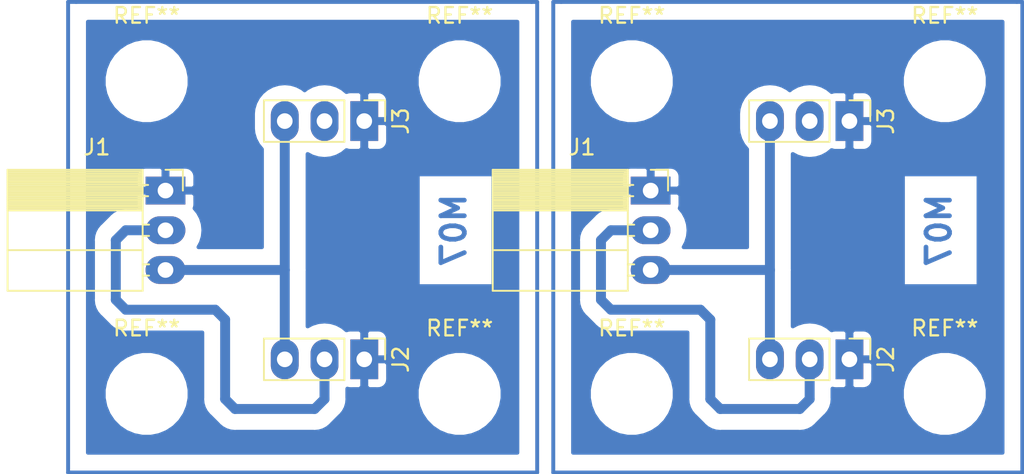
<source format=kicad_pcb>
(kicad_pcb (version 20241229) (generator "pcbnew") (generator_version "9.0")
  (layers (0 "F.Cu" signal) (2 "B.Cu" signal) (13 "F.Paste" user) (15 "B.Paste" user) (5 "F.SilkS" user) (7 "B.SilkS" user) (1 "F.Mask" user) (3 "B.Mask" user) (25 "Edge.Cuts" user))
  (net 0 "")
  (net 1 "GND")
  (net 2 "Net-(J1-Pad3)")
  (net 3 "Net-(J1-Pad2)")
  (net 4 "Net-(J3-Pad2)")
  (footprint "Mounting_Holes:MountingHole_3.2mm_M3" (layer "F.Cu") (at 135 80)
    (property "Reference" "REF**" (at 0 -4.2 0) (layer "F.SilkS"))
    (property "Value" "MountingHole_3.2mm_M3" (hide yes))
    (pad "" np_thru_hole circle (at 0 0) (size 3.2 3.2) (drill 3.2) (layers "*.Cu" "*.Mask"))
  )
  (footprint "Mounting_Holes:MountingHole_3.2mm_M3" (layer "F.Cu") (at 115 80)
    (property "Reference" "REF**" (at 0 -4.2 0) (layer "F.SilkS"))
    (property "Value" "MountingHole_3.2mm_M3" (hide yes))
    (pad "" np_thru_hole circle (at 0 0) (size 3.2 3.2) (drill 3.2) (layers "*.Cu" "*.Mask"))
  )
  (footprint "Mounting_Holes:MountingHole_3.2mm_M3" (layer "F.Cu") (at 115 100)
    (property "Reference" "REF**" (at 0 -4.2 0) (layer "F.SilkS"))
    (property "Value" "MountingHole_3.2mm_M3" (hide yes))
    (pad "" np_thru_hole circle (at 0 0) (size 3.2 3.2) (drill 3.2) (layers "*.Cu" "*.Mask"))
  )
  (footprint "Mounting_Holes:MountingHole_3.2mm_M3" (layer "F.Cu") (at 135 100)
    (property "Reference" "REF**" (at 0 -4.2 0) (layer "F.SilkS"))
    (property "Value" "MountingHole_3.2mm_M3" (hide yes))
    (pad "" np_thru_hole circle (at 0 0) (size 3.2 3.2) (drill 3.2) (layers "*.Cu" "*.Mask"))
  )
  (footprint "Connector_PinSocket_2.54mm:PinSocket_1x03_P2.54mm_Horizontal" (layer "F.Cu") (at 116.205 86.995)
    (property "Reference" "J1" (at -4.38 -2.77 0) (layer "F.SilkS"))
    (property "Value" "Conn_01x03")
    (fp_line (start -10.09 -1.33) (end -10.09 6.41) (stroke (width 0.12)) (layer "F.SilkS"))
    (fp_line (start -10.09 -1.33) (end -1.46 -1.33) (stroke (width 0.12)) (layer "F.SilkS"))
    (fp_line (start -10.09 -1.21) (end -1.46 -1.21) (stroke (width 0.12)) (layer "F.SilkS"))
    (fp_line (start -10.09 -1.091905) (end -1.46 -1.091905) (stroke (width 0.12)) (layer "F.SilkS"))
    (fp_line (start -10.09 -0.97381) (end -1.46 -0.97381) (stroke (width 0.12)) (layer "F.SilkS"))
    (fp_line (start -10.09 -0.855715) (end -1.46 -0.855715) (stroke (width 0.12)) (layer "F.SilkS"))
    (fp_line (start -10.09 -0.73762) (end -1.46 -0.73762) (stroke (width 0.12)) (layer "F.SilkS"))
    (fp_line (start -10.09 -0.619525) (end -1.46 -0.619525) (stroke (width 0.12)) (layer "F.SilkS"))
    (fp_line (start -10.09 -0.50143) (end -1.46 -0.50143) (stroke (width 0.12)) (layer "F.SilkS"))
    (fp_line (start -10.09 -0.383335) (end -1.46 -0.383335) (stroke (width 0.12)) (layer "F.SilkS"))
    (fp_line (start -10.09 -0.26524) (end -1.46 -0.26524) (stroke (width 0.12)) (layer "F.SilkS"))
    (fp_line (start -10.09 -0.147145) (end -1.46 -0.147145) (stroke (width 0.12)) (layer "F.SilkS"))
    (fp_line (start -10.09 -0.02905) (end -1.46 -0.02905) (stroke (width 0.12)) (layer "F.SilkS"))
    (fp_line (start -10.09 0.089045) (end -1.46 0.089045) (stroke (width 0.12)) (layer "F.SilkS"))
    (fp_line (start -10.09 0.20714) (end -1.46 0.20714) (stroke (width 0.12)) (layer "F.SilkS"))
    (fp_line (start -10.09 0.325235) (end -1.46 0.325235) (stroke (width 0.12)) (layer "F.SilkS"))
    (fp_line (start -10.09 0.44333) (end -1.46 0.44333) (stroke (width 0.12)) (layer "F.SilkS"))
    (fp_line (start -10.09 0.561425) (end -1.46 0.561425) (stroke (width 0.12)) (layer "F.SilkS"))
    (fp_line (start -10.09 0.67952) (end -1.46 0.67952) (stroke (width 0.12)) (layer "F.SilkS"))
    (fp_line (start -10.09 0.797615) (end -1.46 0.797615) (stroke (width 0.12)) (layer "F.SilkS"))
    (fp_line (start -10.09 0.91571) (end -1.46 0.91571) (stroke (width 0.12)) (layer "F.SilkS"))
    (fp_line (start -10.09 1.033805) (end -1.46 1.033805) (stroke (width 0.12)) (layer "F.SilkS"))
    (fp_line (start -10.09 1.1519) (end -1.46 1.1519) (stroke (width 0.12)) (layer "F.SilkS"))
    (fp_line (start -10.09 1.27) (end -1.46 1.27) (stroke (width 0.12)) (layer "F.SilkS"))
    (fp_line (start -10.09 3.81) (end -1.46 3.81) (stroke (width 0.12)) (layer "F.SilkS"))
    (fp_line (start -10.09 6.41) (end -1.46 6.41) (stroke (width 0.12)) (layer "F.SilkS"))
    (fp_line (start -1.46 -1.33) (end -1.46 6.41) (stroke (width 0.12)) (layer "F.SilkS"))
    (fp_line (start -1.46 -0.36) (end -1.11 -0.36) (stroke (width 0.12)) (layer "F.SilkS"))
    (fp_line (start -1.46 0.36) (end -1.11 0.36) (stroke (width 0.12)) (layer "F.SilkS"))
    (fp_line (start -1.46 2.18) (end -1.05 2.18) (stroke (width 0.12)) (layer "F.SilkS"))
    (fp_line (start -1.46 2.9) (end -1.05 2.9) (stroke (width 0.12)) (layer "F.SilkS"))
    (fp_line (start -1.46 4.72) (end -1.05 4.72) (stroke (width 0.12)) (layer "F.SilkS"))
    (fp_line (start -1.46 5.44) (end -1.05 5.44) (stroke (width 0.12)) (layer "F.SilkS"))
    (fp_line (start 0 -1.33) (end 1.11 -1.33) (stroke (width 0.12)) (layer "F.SilkS"))
    (fp_line (start 1.11 -1.33) (end 1.11 0) (stroke (width 0.12)) (layer "F.SilkS"))
    (pad "1" thru_hole rect (at 0 0) (size 2.54 1.778) (drill 1) (layers "*.Cu" "*.Mask") (net 1 "GND"))
    (pad "2" thru_hole oval (at 0 2.54) (size 2.54 1.778) (drill 1) (layers "*.Cu" "*.Mask") (net 3 "Net-(J1-Pad2)"))
    (pad "3" thru_hole oval (at 0 5.08) (size 2.54 1.778) (drill 1) (layers "*.Cu" "*.Mask") (net 2 "Net-(J1-Pad3)"))
  )
  (footprint "Connector_PinHeader_2.54mm:PinHeader_1x03_P2.54mm_Vertical" (layer "F.Cu") (at 128.905 97.79 -90)
    (property "Reference" "J2" (at 0 -2.33 90) (layer "F.SilkS"))
    (property "Value" "Conn_01x03")
    (fp_line (start -1.33 6.41) (end 1.33 6.41) (stroke (width 0.12)) (layer "F.SilkS"))
    (fp_line (start -1.33 1.27) (end -1.33 6.41) (stroke (width 0.12)) (layer "F.SilkS"))
    (fp_line (start -1.33 1.27) (end 1.33 1.27) (stroke (width 0.12)) (layer "F.SilkS"))
    (fp_line (start 1.33 1.27) (end 1.33 6.41) (stroke (width 0.12)) (layer "F.SilkS"))
    (fp_line (start -1.33 0) (end -1.33 -1.33) (stroke (width 0.12)) (layer "F.SilkS"))
    (fp_line (start -1.33 -1.33) (end 0 -1.33) (stroke (width 0.12)) (layer "F.SilkS"))
    (pad "1" thru_hole rect (at 0 0 270) (size 2.54 1.778) (drill 1) (layers "*.Cu" "*.Mask") (net 1 "GND"))
    (pad "2" thru_hole oval (at 0 2.54 270) (size 2.54 1.778) (drill 1) (layers "*.Cu" "*.Mask") (net 3 "Net-(J1-Pad2)"))
    (pad "3" thru_hole oval (at 0 5.08 270) (size 2.54 1.778) (drill 1) (layers "*.Cu" "*.Mask") (net 2 "Net-(J1-Pad3)"))
  )
  (footprint "Connector_PinHeader_2.54mm:PinHeader_1x03_P2.54mm_Vertical" (layer "F.Cu") (at 128.905 82.55 -90)
    (property "Reference" "J3" (at 0 -2.33 90) (layer "F.SilkS"))
    (property "Value" "Conn_01x03")
    (fp_line (start -1.33 6.41) (end 1.33 6.41) (stroke (width 0.12)) (layer "F.SilkS"))
    (fp_line (start -1.33 1.27) (end -1.33 6.41) (stroke (width 0.12)) (layer "F.SilkS"))
    (fp_line (start -1.33 1.27) (end 1.33 1.27) (stroke (width 0.12)) (layer "F.SilkS"))
    (fp_line (start 1.33 1.27) (end 1.33 6.41) (stroke (width 0.12)) (layer "F.SilkS"))
    (fp_line (start -1.33 0) (end -1.33 -1.33) (stroke (width 0.12)) (layer "F.SilkS"))
    (fp_line (start -1.33 -1.33) (end 0 -1.33) (stroke (width 0.12)) (layer "F.SilkS"))
    (pad "1" thru_hole rect (at 0 0 270) (size 2.54 1.778) (drill 1) (layers "*.Cu" "*.Mask") (net 1 "GND"))
    (pad "2" thru_hole oval (at 0 2.54 270) (size 2.54 1.778) (drill 1) (layers "*.Cu" "*.Mask") (net 4 "Net-(J3-Pad2)"))
    (pad "3" thru_hole oval (at 0 5.08 270) (size 2.54 1.778) (drill 1) (layers "*.Cu" "*.Mask") (net 2 "Net-(J1-Pad3)"))
  )
  (footprint "Connector_PinHeader_2.54mm:PinHeader_1x03_P2.54mm_Vertical" (layer "F.Cu") (at 159.905 82.55 -90)
    (property "Reference" "J3" (at 0 -2.33 90) (layer "F.SilkS"))
    (property "Value" "Conn_01x03")
    (fp_line (start -1.33 6.41) (end 1.33 6.41) (stroke (width 0.12)) (layer "F.SilkS"))
    (fp_line (start -1.33 1.27) (end -1.33 6.41) (stroke (width 0.12)) (layer "F.SilkS"))
    (fp_line (start -1.33 1.27) (end 1.33 1.27) (stroke (width 0.12)) (layer "F.SilkS"))
    (fp_line (start 1.33 1.27) (end 1.33 6.41) (stroke (width 0.12)) (layer "F.SilkS"))
    (fp_line (start -1.33 0) (end -1.33 -1.33) (stroke (width 0.12)) (layer "F.SilkS"))
    (fp_line (start -1.33 -1.33) (end 0 -1.33) (stroke (width 0.12)) (layer "F.SilkS"))
    (pad "1" thru_hole rect (at 0 0 270) (size 2.54 1.778) (drill 1) (layers "*.Cu" "*.Mask") (net 1 "GND"))
    (pad "2" thru_hole oval (at 0 2.54 270) (size 2.54 1.778) (drill 1) (layers "*.Cu" "*.Mask") (net 4 "Net-(J3-Pad2)"))
    (pad "3" thru_hole oval (at 0 5.08 270) (size 2.54 1.778) (drill 1) (layers "*.Cu" "*.Mask") (net 2 "Net-(J1-Pad3)"))
  )
  (footprint "Connector_PinHeader_2.54mm:PinHeader_1x03_P2.54mm_Vertical" (layer "F.Cu") (at 159.905 97.79 -90)
    (property "Reference" "J2" (at 0 -2.33 90) (layer "F.SilkS"))
    (property "Value" "Conn_01x03")
    (fp_line (start -1.33 6.41) (end 1.33 6.41) (stroke (width 0.12)) (layer "F.SilkS"))
    (fp_line (start -1.33 1.27) (end -1.33 6.41) (stroke (width 0.12)) (layer "F.SilkS"))
    (fp_line (start -1.33 1.27) (end 1.33 1.27) (stroke (width 0.12)) (layer "F.SilkS"))
    (fp_line (start 1.33 1.27) (end 1.33 6.41) (stroke (width 0.12)) (layer "F.SilkS"))
    (fp_line (start -1.33 0) (end -1.33 -1.33) (stroke (width 0.12)) (layer "F.SilkS"))
    (fp_line (start -1.33 -1.33) (end 0 -1.33) (stroke (width 0.12)) (layer "F.SilkS"))
    (pad "1" thru_hole rect (at 0 0 270) (size 2.54 1.778) (drill 1) (layers "*.Cu" "*.Mask") (net 1 "GND"))
    (pad "2" thru_hole oval (at 0 2.54 270) (size 2.54 1.778) (drill 1) (layers "*.Cu" "*.Mask") (net 3 "Net-(J1-Pad2)"))
    (pad "3" thru_hole oval (at 0 5.08 270) (size 2.54 1.778) (drill 1) (layers "*.Cu" "*.Mask") (net 2 "Net-(J1-Pad3)"))
  )
  (footprint "Connector_PinSocket_2.54mm:PinSocket_1x03_P2.54mm_Horizontal" (layer "F.Cu") (at 147.205 86.995)
    (property "Reference" "J1" (at -4.38 -2.77 0) (layer "F.SilkS"))
    (property "Value" "Conn_01x03")
    (fp_line (start -10.09 -1.33) (end -10.09 6.41) (stroke (width 0.12)) (layer "F.SilkS"))
    (fp_line (start -10.09 -1.33) (end -1.46 -1.33) (stroke (width 0.12)) (layer "F.SilkS"))
    (fp_line (start -10.09 -1.21) (end -1.46 -1.21) (stroke (width 0.12)) (layer "F.SilkS"))
    (fp_line (start -10.09 -1.091905) (end -1.46 -1.091905) (stroke (width 0.12)) (layer "F.SilkS"))
    (fp_line (start -10.09 -0.97381) (end -1.46 -0.97381) (stroke (width 0.12)) (layer "F.SilkS"))
    (fp_line (start -10.09 -0.855715) (end -1.46 -0.855715) (stroke (width 0.12)) (layer "F.SilkS"))
    (fp_line (start -10.09 -0.73762) (end -1.46 -0.73762) (stroke (width 0.12)) (layer "F.SilkS"))
    (fp_line (start -10.09 -0.619525) (end -1.46 -0.619525) (stroke (width 0.12)) (layer "F.SilkS"))
    (fp_line (start -10.09 -0.50143) (end -1.46 -0.50143) (stroke (width 0.12)) (layer "F.SilkS"))
    (fp_line (start -10.09 -0.383335) (end -1.46 -0.383335) (stroke (width 0.12)) (layer "F.SilkS"))
    (fp_line (start -10.09 -0.26524) (end -1.46 -0.26524) (stroke (width 0.12)) (layer "F.SilkS"))
    (fp_line (start -10.09 -0.147145) (end -1.46 -0.147145) (stroke (width 0.12)) (layer "F.SilkS"))
    (fp_line (start -10.09 -0.02905) (end -1.46 -0.02905) (stroke (width 0.12)) (layer "F.SilkS"))
    (fp_line (start -10.09 0.089045) (end -1.46 0.089045) (stroke (width 0.12)) (layer "F.SilkS"))
    (fp_line (start -10.09 0.20714) (end -1.46 0.20714) (stroke (width 0.12)) (layer "F.SilkS"))
    (fp_line (start -10.09 0.325235) (end -1.46 0.325235) (stroke (width 0.12)) (layer "F.SilkS"))
    (fp_line (start -10.09 0.44333) (end -1.46 0.44333) (stroke (width 0.12)) (layer "F.SilkS"))
    (fp_line (start -10.09 0.561425) (end -1.46 0.561425) (stroke (width 0.12)) (layer "F.SilkS"))
    (fp_line (start -10.09 0.67952) (end -1.46 0.67952) (stroke (width 0.12)) (layer "F.SilkS"))
    (fp_line (start -10.09 0.797615) (end -1.46 0.797615) (stroke (width 0.12)) (layer "F.SilkS"))
    (fp_line (start -10.09 0.91571) (end -1.46 0.91571) (stroke (width 0.12)) (layer "F.SilkS"))
    (fp_line (start -10.09 1.033805) (end -1.46 1.033805) (stroke (width 0.12)) (layer "F.SilkS"))
    (fp_line (start -10.09 1.1519) (end -1.46 1.1519) (stroke (width 0.12)) (layer "F.SilkS"))
    (fp_line (start -10.09 1.27) (end -1.46 1.27) (stroke (width 0.12)) (layer "F.SilkS"))
    (fp_line (start -10.09 3.81) (end -1.46 3.81) (stroke (width 0.12)) (layer "F.SilkS"))
    (fp_line (start -10.09 6.41) (end -1.46 6.41) (stroke (width 0.12)) (layer "F.SilkS"))
    (fp_line (start -1.46 -1.33) (end -1.46 6.41) (stroke (width 0.12)) (layer "F.SilkS"))
    (fp_line (start -1.46 -0.36) (end -1.11 -0.36) (stroke (width 0.12)) (layer "F.SilkS"))
    (fp_line (start -1.46 0.36) (end -1.11 0.36) (stroke (width 0.12)) (layer "F.SilkS"))
    (fp_line (start -1.46 2.18) (end -1.05 2.18) (stroke (width 0.12)) (layer "F.SilkS"))
    (fp_line (start -1.46 2.9) (end -1.05 2.9) (stroke (width 0.12)) (layer "F.SilkS"))
    (fp_line (start -1.46 4.72) (end -1.05 4.72) (stroke (width 0.12)) (layer "F.SilkS"))
    (fp_line (start -1.46 5.44) (end -1.05 5.44) (stroke (width 0.12)) (layer "F.SilkS"))
    (fp_line (start 0 -1.33) (end 1.11 -1.33) (stroke (width 0.12)) (layer "F.SilkS"))
    (fp_line (start 1.11 -1.33) (end 1.11 0) (stroke (width 0.12)) (layer "F.SilkS"))
    (pad "1" thru_hole rect (at 0 0) (size 2.54 1.778) (drill 1) (layers "*.Cu" "*.Mask") (net 1 "GND"))
    (pad "2" thru_hole oval (at 0 2.54) (size 2.54 1.778) (drill 1) (layers "*.Cu" "*.Mask") (net 3 "Net-(J1-Pad2)"))
    (pad "3" thru_hole oval (at 0 5.08) (size 2.54 1.778) (drill 1) (layers "*.Cu" "*.Mask") (net 2 "Net-(J1-Pad3)"))
  )
  (footprint "Mounting_Holes:MountingHole_3.2mm_M3" (layer "F.Cu") (at 166 80)
    (property "Reference" "REF**" (at 0 -4.2 0) (layer "F.SilkS"))
    (property "Value" "MountingHole_3.2mm_M3" (hide yes))
    (pad "" np_thru_hole circle (at 0 0) (size 3.2 3.2) (drill 3.2) (layers "*.Cu" "*.Mask"))
  )
  (footprint "Mounting_Holes:MountingHole_3.2mm_M3" (layer "F.Cu") (at 166 100)
    (property "Reference" "REF**" (at 0 -4.2 0) (layer "F.SilkS"))
    (property "Value" "MountingHole_3.2mm_M3" (hide yes))
    (pad "" np_thru_hole circle (at 0 0) (size 3.2 3.2) (drill 3.2) (layers "*.Cu" "*.Mask"))
  )
  (footprint "Mounting_Holes:MountingHole_3.2mm_M3" (layer "F.Cu") (at 146 80)
    (property "Reference" "REF**" (at 0 -4.2 0) (layer "F.SilkS"))
    (property "Value" "MountingHole_3.2mm_M3" (hide yes))
    (pad "" np_thru_hole circle (at 0 0) (size 3.2 3.2) (drill 3.2) (layers "*.Cu" "*.Mask"))
  )
  (footprint "Mounting_Holes:MountingHole_3.2mm_M3" (layer "F.Cu") (at 146 100)
    (property "Reference" "REF**" (at 0 -4.2 0) (layer "F.SilkS"))
    (property "Value" "MountingHole_3.2mm_M3" (hide yes))
    (pad "" np_thru_hole circle (at 0 0) (size 3.2 3.2) (drill 3.2) (layers "*.Cu" "*.Mask"))
  )
  (gr_text "M07" (at 165.62 89.535 90) (layer "B.Cu") (effects (font (size 1.5 1.5) (thickness 0.3)) (justify mirror)))
  (gr_text "M07" (at 134.62 89.535 90) (layer "B.Cu") (effects (font (size 1.5 1.5) (thickness 0.3)) (justify mirror)))
  (segment (start 141.49 74.93) (end 170.59999 74.93) (width 0.25) (layer "B.Cu") (net 0))
  (segment (start 140.982 74.93) (end 141.49 74.93) (width 0.25) (layer "B.Cu") (net 0))
  (segment (start 170.954 105.029) (end 140.982 105.029) (width 0.25) (layer "B.Cu") (net 0))
  (segment (start 170.954 74.93) (end 170.954 105.029) (width 0.25) (layer "B.Cu") (net 0))
  (segment (start 140.982 105.029) (end 140.982 74.93) (width 0.25) (layer "B.Cu") (net 0))
  (segment (start 170.59999 74.93) (end 170.954 74.93) (width 0.25) (layer "B.Cu") (net 0))
  (segment (start 139.59999 74.93) (end 139.954 74.93) (width 0.25) (layer "B.Cu") (net 0))
  (segment (start 139.954 74.93) (end 139.954 105.029) (width 0.25) (layer "B.Cu") (net 0))
  (segment (start 109.982 74.93) (end 110.49 74.93) (width 0.25) (layer "B.Cu") (net 0))
  (segment (start 110.49 74.93) (end 139.59999 74.93) (width 0.25) (layer "B.Cu") (net 0))
  (segment (start 109.982 105.029) (end 109.982 74.93) (width 0.25) (layer "B.Cu") (net 0))
  (segment (start 139.954 105.029) (end 109.982 105.029) (width 0.25) (layer "B.Cu") (net 0))
  (segment (start 154.825 82.55) (end 154.825 92.075) (width 0.635) (layer "B.Cu") (net 2))
  (segment (start 147.205 92.075) (end 154.825 92.075) (width 0.635) (layer "B.Cu") (net 2))
  (segment (start 154.825 92.075) (end 154.825 97.79) (width 0.635) (layer "B.Cu") (net 2))
  (segment (start 123.825 82.55) (end 123.825 92.075) (width 0.635) (layer "B.Cu") (net 2))
  (segment (start 116.205 92.075) (end 123.825 92.075) (width 0.635) (layer "B.Cu") (net 2))
  (segment (start 123.825 92.075) (end 123.825 97.79) (width 0.635) (layer "B.Cu") (net 2))
  (segment (start 157.365 100.33) (end 157.365 97.79) (width 0.635) (layer "B.Cu") (net 3))
  (segment (start 156.73 100.965) (end 157.365 100.33) (width 0.635) (layer "B.Cu") (net 3))
  (segment (start 144.665 94.615) (end 150.38 94.615) (width 0.635) (layer "B.Cu") (net 3))
  (segment (start 147.205 89.535) (end 144.665 89.535) (width 0.635) (layer "B.Cu") (net 3))
  (segment (start 144.03 93.98) (end 144.665 94.615) (width 0.635) (layer "B.Cu") (net 3))
  (segment (start 151.015 100.33) (end 151.65 100.965) (width 0.635) (layer "B.Cu") (net 3))
  (segment (start 151.65 100.965) (end 156.73 100.965) (width 0.635) (layer "B.Cu") (net 3))
  (segment (start 144.03 90.17) (end 144.03 93.98) (width 0.635) (layer "B.Cu") (net 3))
  (segment (start 151.015 95.25) (end 151.015 100.33) (width 0.635) (layer "B.Cu") (net 3))
  (segment (start 150.38 94.615) (end 151.015 95.25) (width 0.635) (layer "B.Cu") (net 3))
  (segment (start 144.665 89.535) (end 144.03 90.17) (width 0.635) (layer "B.Cu") (net 3))
  (segment (start 113.665 94.615) (end 119.38 94.615) (width 0.635) (layer "B.Cu") (net 3))
  (segment (start 113.03 93.98) (end 113.665 94.615) (width 0.635) (layer "B.Cu") (net 3))
  (segment (start 125.73 100.965) (end 126.365 100.33) (width 0.635) (layer "B.Cu") (net 3))
  (segment (start 120.65 100.965) (end 125.73 100.965) (width 0.635) (layer "B.Cu") (net 3))
  (segment (start 113.665 89.535) (end 113.03 90.17) (width 0.635) (layer "B.Cu") (net 3))
  (segment (start 126.365 100.33) (end 126.365 97.79) (width 0.635) (layer "B.Cu") (net 3))
  (segment (start 119.38 94.615) (end 120.015 95.25) (width 0.635) (layer "B.Cu") (net 3))
  (segment (start 113.03 90.17) (end 113.03 93.98) (width 0.635) (layer "B.Cu") (net 3))
  (segment (start 116.205 89.535) (end 113.665 89.535) (width 0.635) (layer "B.Cu") (net 3))
  (segment (start 120.015 100.33) (end 120.65 100.965) (width 0.635) (layer "B.Cu") (net 3))
  (segment (start 120.015 95.25) (end 120.015 100.33) (width 0.635) (layer "B.Cu") (net 3))
  (zone (net 1) (net_name "GND") (layer "B.Cu") (connect_pads (clearance 1.016)) (min_thickness 0.254) (fill yes (thermal_gap 0.508) (thermal_bridge_width 0.508))
    (polygon (pts (xy 139.954 104.902) (xy 109.982 104.902) (xy 109.982 74.93) (xy 139.954 74.93)))
  )
  (zone (net 1) (net_name "GND") (layer "B.Cu") (connect_pads (clearance 1.016)) (min_thickness 0.254) (fill yes (thermal_gap 0.508) (thermal_bridge_width 0.508))
    (polygon (pts (xy 170.954 104.902) (xy 140.982 104.902) (xy 140.982 74.93) (xy 170.954 74.93)))
  )
)
</source>
